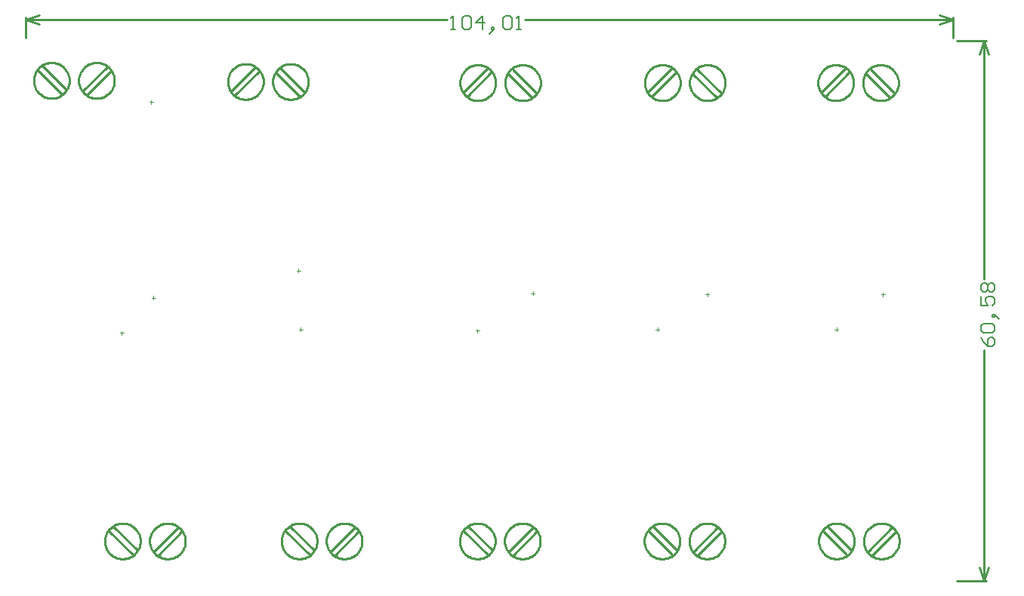
<source format=gm1>
%FSDAX24Y24*%
%MOIN*%
%SFA1B1*%

%IPPOS*%
%ADD10C,0.010000*%
%ADD51C,0.003900*%
%ADD52C,0.006000*%
%LNde-220124-1*%
%LPD*%
G54D10*
X022653Y086950D02*
D01*
X022651Y087004*
X022645Y087059*
X022635Y087113*
X022622Y087166*
X022605Y087219*
X022584Y087270*
X022560Y087319*
X022533Y087367*
X022502Y087412*
X022468Y087455*
X022432Y087496*
X022392Y087534*
X022350Y087570*
X022306Y087602*
X022259Y087631*
X022210Y087657*
X022160Y087679*
X022109Y087698*
X022056Y087713*
X022002Y087725*
X021948Y087732*
X021893Y087736*
X021838*
X021783Y087732*
X021729Y087725*
X021675Y087713*
X021622Y087698*
X021571Y087679*
X021521Y087657*
X021472Y087631*
X021425Y087602*
X021381Y087570*
X021339Y087534*
X021299Y087496*
X021263Y087455*
X021229Y087412*
X021198Y087367*
X021171Y087319*
X021147Y087270*
X021126Y087219*
X021109Y087166*
X021096Y087113*
X021086Y087059*
X021080Y087004*
X021079Y086950*
X021080Y086895*
X021086Y086840*
X021096Y086786*
X021109Y086733*
X021126Y086680*
X021147Y086629*
X021171Y086580*
X021198Y086532*
X021229Y086487*
X021263Y086444*
X021299Y086403*
X021339Y086365*
X021381Y086329*
X021425Y086297*
X021472Y086268*
X021521Y086242*
X021571Y086220*
X021622Y086201*
X021675Y086186*
X021729Y086174*
X021783Y086167*
X021838Y086163*
X021893*
X021948Y086167*
X022002Y086174*
X022056Y086186*
X022109Y086201*
X022160Y086220*
X022210Y086242*
X022259Y086268*
X022306Y086297*
X022350Y086329*
X022392Y086365*
X022432Y086403*
X022468Y086444*
X022502Y086487*
X022533Y086532*
X022560Y086580*
X022584Y086629*
X022605Y086680*
X022622Y086733*
X022635Y086786*
X022645Y086840*
X022651Y086895*
X022653Y086950*
X024637D02*
D01*
X024635Y087004*
X024629Y087059*
X024619Y087113*
X024606Y087166*
X024589Y087219*
X024568Y087270*
X024544Y087319*
X024517Y087367*
X024486Y087412*
X024452Y087455*
X024416Y087496*
X024376Y087534*
X024334Y087570*
X024290Y087602*
X024243Y087631*
X024194Y087657*
X024144Y087679*
X024093Y087698*
X024040Y087713*
X023986Y087725*
X023932Y087732*
X023877Y087736*
X023822*
X023767Y087732*
X023713Y087725*
X023659Y087713*
X023606Y087698*
X023555Y087679*
X023505Y087657*
X023456Y087631*
X023409Y087602*
X023365Y087570*
X023323Y087534*
X023283Y087496*
X023247Y087455*
X023213Y087412*
X023182Y087367*
X023155Y087319*
X023131Y087270*
X023110Y087219*
X023093Y087166*
X023080Y087113*
X023070Y087059*
X023064Y087004*
X023063Y086950*
X023064Y086895*
X023070Y086840*
X023080Y086786*
X023093Y086733*
X023110Y086680*
X023131Y086629*
X023155Y086580*
X023182Y086532*
X023213Y086487*
X023247Y086444*
X023283Y086403*
X023323Y086365*
X023365Y086329*
X023409Y086297*
X023456Y086268*
X023505Y086242*
X023555Y086220*
X023606Y086201*
X023659Y086186*
X023713Y086174*
X023767Y086167*
X023822Y086163*
X023877*
X023932Y086167*
X023986Y086174*
X024040Y086186*
X024093Y086201*
X024144Y086220*
X024194Y086242*
X024243Y086268*
X024290Y086297*
X024334Y086329*
X024376Y086365*
X024416Y086403*
X024452Y086444*
X024486Y086487*
X024517Y086532*
X024544Y086580*
X024568Y086629*
X024589Y086680*
X024606Y086733*
X024619Y086786*
X024629Y086840*
X024635Y086895*
X024637Y086950*
X027006Y066650D02*
D01*
X027004Y066704*
X026998Y066759*
X026988Y066813*
X026975Y066866*
X026958Y066919*
X026937Y066970*
X026913Y067019*
X026886Y067067*
X026855Y067112*
X026821Y067155*
X026785Y067196*
X026745Y067234*
X026703Y067270*
X026659Y067302*
X026612Y067331*
X026563Y067357*
X026513Y067379*
X026462Y067398*
X026409Y067413*
X026355Y067425*
X026301Y067432*
X026246Y067436*
X026191*
X026136Y067432*
X026082Y067425*
X026028Y067413*
X025975Y067398*
X025924Y067379*
X025874Y067357*
X025825Y067331*
X025778Y067302*
X025734Y067270*
X025692Y067234*
X025652Y067196*
X025616Y067155*
X025582Y067112*
X025551Y067067*
X025524Y067019*
X025500Y066970*
X025479Y066919*
X025462Y066866*
X025449Y066813*
X025439Y066759*
X025433Y066704*
X025432Y066650*
X025433Y066595*
X025439Y066540*
X025449Y066486*
X025462Y066433*
X025479Y066380*
X025500Y066329*
X025524Y066280*
X025551Y066232*
X025582Y066187*
X025616Y066144*
X025652Y066103*
X025692Y066065*
X025734Y066029*
X025778Y065997*
X025825Y065968*
X025874Y065942*
X025924Y065920*
X025975Y065901*
X026028Y065886*
X026082Y065874*
X026136Y065867*
X026191Y065863*
X026246*
X026301Y065867*
X026355Y065874*
X026409Y065886*
X026462Y065901*
X026513Y065920*
X026563Y065942*
X026612Y065968*
X026659Y065997*
X026703Y066029*
X026745Y066065*
X026785Y066103*
X026821Y066144*
X026855Y066187*
X026886Y066232*
X026913Y066280*
X026937Y066329*
X026958Y066380*
X026975Y066433*
X026988Y066486*
X026998Y066540*
X027004Y066595*
X027006Y066650*
X025022D02*
D01*
X025020Y066704*
X025014Y066759*
X025004Y066813*
X024991Y066866*
X024974Y066919*
X024953Y066970*
X024929Y067019*
X024902Y067067*
X024871Y067112*
X024837Y067155*
X024801Y067196*
X024761Y067234*
X024719Y067270*
X024675Y067302*
X024628Y067331*
X024579Y067357*
X024529Y067379*
X024478Y067398*
X024425Y067413*
X024371Y067425*
X024317Y067432*
X024262Y067436*
X024207*
X024152Y067432*
X024098Y067425*
X024044Y067413*
X023991Y067398*
X023940Y067379*
X023890Y067357*
X023841Y067331*
X023794Y067302*
X023750Y067270*
X023708Y067234*
X023668Y067196*
X023632Y067155*
X023598Y067112*
X023567Y067067*
X023540Y067019*
X023516Y066970*
X023495Y066919*
X023478Y066866*
X023465Y066813*
X023455Y066759*
X023449Y066704*
X023448Y066650*
X023449Y066595*
X023455Y066540*
X023465Y066486*
X023478Y066433*
X023495Y066380*
X023516Y066329*
X023540Y066280*
X023567Y066232*
X023598Y066187*
X023632Y066144*
X023668Y066103*
X023708Y066065*
X023750Y066029*
X023794Y065997*
X023841Y065968*
X023890Y065942*
X023940Y065920*
X023991Y065901*
X024044Y065886*
X024098Y065874*
X024152Y065867*
X024207Y065863*
X024262*
X024317Y065867*
X024371Y065874*
X024425Y065886*
X024478Y065901*
X024529Y065920*
X024579Y065942*
X024628Y065968*
X024675Y065997*
X024719Y066029*
X024761Y066065*
X024801Y066103*
X024837Y066144*
X024871Y066187*
X024902Y066232*
X024929Y066280*
X024953Y066329*
X024974Y066380*
X024991Y066433*
X025004Y066486*
X025014Y066540*
X025020Y066595*
X025022Y066650*
X041053Y086900D02*
D01*
X041051Y086954*
X041045Y087009*
X041035Y087063*
X041022Y087116*
X041005Y087169*
X040984Y087220*
X040960Y087269*
X040933Y087317*
X040902Y087362*
X040868Y087405*
X040832Y087446*
X040792Y087484*
X040750Y087520*
X040706Y087552*
X040659Y087581*
X040610Y087607*
X040560Y087629*
X040509Y087648*
X040456Y087663*
X040402Y087675*
X040348Y087682*
X040293Y087686*
X040238*
X040183Y087682*
X040129Y087675*
X040075Y087663*
X040022Y087648*
X039971Y087629*
X039921Y087607*
X039872Y087581*
X039825Y087552*
X039781Y087520*
X039739Y087484*
X039699Y087446*
X039663Y087405*
X039629Y087362*
X039598Y087317*
X039571Y087269*
X039547Y087220*
X039526Y087169*
X039509Y087116*
X039496Y087063*
X039486Y087009*
X039480Y086954*
X039479Y086900*
X039480Y086845*
X039486Y086790*
X039496Y086736*
X039509Y086683*
X039526Y086630*
X039547Y086579*
X039571Y086530*
X039598Y086482*
X039629Y086437*
X039663Y086394*
X039699Y086353*
X039739Y086315*
X039781Y086279*
X039825Y086247*
X039872Y086218*
X039921Y086192*
X039971Y086170*
X040022Y086151*
X040075Y086136*
X040129Y086124*
X040183Y086117*
X040238Y086113*
X040293*
X040348Y086117*
X040402Y086124*
X040456Y086136*
X040509Y086151*
X040560Y086170*
X040610Y086192*
X040659Y086218*
X040706Y086247*
X040750Y086279*
X040792Y086315*
X040832Y086353*
X040868Y086394*
X040902Y086437*
X040933Y086482*
X040960Y086530*
X040984Y086579*
X041005Y086630*
X041022Y086683*
X041035Y086736*
X041045Y086790*
X041051Y086845*
X041053Y086900*
X043037D02*
D01*
X043035Y086954*
X043029Y087009*
X043019Y087063*
X043006Y087116*
X042989Y087169*
X042968Y087220*
X042944Y087269*
X042917Y087317*
X042886Y087362*
X042852Y087405*
X042816Y087446*
X042776Y087484*
X042734Y087520*
X042690Y087552*
X042643Y087581*
X042594Y087607*
X042544Y087629*
X042493Y087648*
X042440Y087663*
X042386Y087675*
X042332Y087682*
X042277Y087686*
X042222*
X042167Y087682*
X042113Y087675*
X042059Y087663*
X042006Y087648*
X041955Y087629*
X041905Y087607*
X041856Y087581*
X041809Y087552*
X041765Y087520*
X041723Y087484*
X041683Y087446*
X041647Y087405*
X041613Y087362*
X041582Y087317*
X041555Y087269*
X041531Y087220*
X041510Y087169*
X041493Y087116*
X041480Y087063*
X041470Y087009*
X041464Y086954*
X041463Y086900*
X041464Y086845*
X041470Y086790*
X041480Y086736*
X041493Y086683*
X041510Y086630*
X041531Y086579*
X041555Y086530*
X041582Y086482*
X041613Y086437*
X041647Y086394*
X041683Y086353*
X041723Y086315*
X041765Y086279*
X041809Y086247*
X041856Y086218*
X041905Y086192*
X041955Y086170*
X042006Y086151*
X042059Y086136*
X042113Y086124*
X042167Y086117*
X042222Y086113*
X042277*
X042332Y086117*
X042386Y086124*
X042440Y086136*
X042493Y086151*
X042544Y086170*
X042594Y086192*
X042643Y086218*
X042690Y086247*
X042734Y086279*
X042776Y086315*
X042816Y086353*
X042852Y086394*
X042886Y086437*
X042917Y086482*
X042944Y086530*
X042968Y086579*
X042989Y086630*
X043006Y086683*
X043019Y086736*
X043029Y086790*
X043035Y086845*
X043037Y086900*
X050722Y066650D02*
D01*
X050720Y066704*
X050714Y066759*
X050704Y066813*
X050691Y066866*
X050674Y066919*
X050653Y066970*
X050629Y067019*
X050602Y067067*
X050571Y067112*
X050537Y067155*
X050501Y067196*
X050461Y067234*
X050419Y067270*
X050375Y067302*
X050328Y067331*
X050279Y067357*
X050229Y067379*
X050178Y067398*
X050125Y067413*
X050071Y067425*
X050017Y067432*
X049962Y067436*
X049907*
X049852Y067432*
X049798Y067425*
X049744Y067413*
X049691Y067398*
X049640Y067379*
X049590Y067357*
X049541Y067331*
X049494Y067302*
X049450Y067270*
X049408Y067234*
X049368Y067196*
X049332Y067155*
X049298Y067112*
X049267Y067067*
X049240Y067019*
X049216Y066970*
X049195Y066919*
X049178Y066866*
X049165Y066813*
X049155Y066759*
X049149Y066704*
X049148Y066650*
X049149Y066595*
X049155Y066540*
X049165Y066486*
X049178Y066433*
X049195Y066380*
X049216Y066329*
X049240Y066280*
X049267Y066232*
X049298Y066187*
X049332Y066144*
X049368Y066103*
X049408Y066065*
X049450Y066029*
X049494Y065997*
X049541Y065968*
X049590Y065942*
X049640Y065920*
X049691Y065901*
X049744Y065886*
X049798Y065874*
X049852Y065867*
X049907Y065863*
X049962*
X050017Y065867*
X050071Y065874*
X050125Y065886*
X050178Y065901*
X050229Y065920*
X050279Y065942*
X050328Y065968*
X050375Y065997*
X050419Y066029*
X050461Y066065*
X050501Y066103*
X050537Y066144*
X050571Y066187*
X050602Y066232*
X050629Y066280*
X050653Y066329*
X050674Y066380*
X050691Y066433*
X050704Y066486*
X050714Y066540*
X050720Y066595*
X050722Y066650*
X048737D02*
D01*
X048735Y066704*
X048729Y066759*
X048719Y066813*
X048706Y066866*
X048689Y066919*
X048668Y066970*
X048644Y067019*
X048617Y067067*
X048586Y067112*
X048552Y067155*
X048516Y067196*
X048476Y067234*
X048434Y067270*
X048390Y067302*
X048343Y067331*
X048294Y067357*
X048244Y067379*
X048193Y067398*
X048140Y067413*
X048086Y067425*
X048032Y067432*
X047977Y067436*
X047922*
X047867Y067432*
X047813Y067425*
X047759Y067413*
X047706Y067398*
X047655Y067379*
X047605Y067357*
X047556Y067331*
X047509Y067302*
X047465Y067270*
X047423Y067234*
X047383Y067196*
X047347Y067155*
X047313Y067112*
X047282Y067067*
X047255Y067019*
X047231Y066970*
X047210Y066919*
X047193Y066866*
X047180Y066813*
X047170Y066759*
X047164Y066704*
X047163Y066650*
X047164Y066595*
X047170Y066540*
X047180Y066486*
X047193Y066433*
X047210Y066380*
X047231Y066329*
X047255Y066280*
X047282Y066232*
X047313Y066187*
X047347Y066144*
X047383Y066103*
X047423Y066065*
X047465Y066029*
X047509Y065997*
X047556Y065968*
X047605Y065942*
X047655Y065920*
X047706Y065901*
X047759Y065886*
X047813Y065874*
X047867Y065867*
X047922Y065863*
X047977*
X048032Y065867*
X048086Y065874*
X048140Y065886*
X048193Y065901*
X048244Y065920*
X048294Y065942*
X048343Y065968*
X048390Y065997*
X048434Y066029*
X048476Y066065*
X048516Y066103*
X048552Y066144*
X048586Y066187*
X048617Y066232*
X048644Y066280*
X048668Y066329*
X048689Y066380*
X048706Y066433*
X048719Y066486*
X048729Y066540*
X048735Y066595*
X048737Y066650*
X043022D02*
D01*
X043020Y066704*
X043014Y066759*
X043004Y066813*
X042991Y066866*
X042974Y066919*
X042953Y066970*
X042929Y067019*
X042902Y067067*
X042871Y067112*
X042837Y067155*
X042801Y067196*
X042761Y067234*
X042719Y067270*
X042675Y067302*
X042628Y067331*
X042579Y067357*
X042529Y067379*
X042478Y067398*
X042425Y067413*
X042371Y067425*
X042317Y067432*
X042262Y067436*
X042207*
X042152Y067432*
X042098Y067425*
X042044Y067413*
X041991Y067398*
X041940Y067379*
X041890Y067357*
X041841Y067331*
X041794Y067302*
X041750Y067270*
X041708Y067234*
X041668Y067196*
X041632Y067155*
X041598Y067112*
X041567Y067067*
X041540Y067019*
X041516Y066970*
X041495Y066919*
X041478Y066866*
X041465Y066813*
X041455Y066759*
X041449Y066704*
X041448Y066650*
X041449Y066595*
X041455Y066540*
X041465Y066486*
X041478Y066433*
X041495Y066380*
X041516Y066329*
X041540Y066280*
X041567Y066232*
X041598Y066187*
X041632Y066144*
X041668Y066103*
X041708Y066065*
X041750Y066029*
X041794Y065997*
X041841Y065968*
X041890Y065942*
X041940Y065920*
X041991Y065901*
X042044Y065886*
X042098Y065874*
X042152Y065867*
X042207Y065863*
X042262*
X042317Y065867*
X042371Y065874*
X042425Y065886*
X042478Y065901*
X042529Y065920*
X042579Y065942*
X042628Y065968*
X042675Y065997*
X042719Y066029*
X042761Y066065*
X042801Y066103*
X042837Y066144*
X042871Y066187*
X042902Y066232*
X042929Y066280*
X042953Y066329*
X042974Y066380*
X042991Y066433*
X043004Y066486*
X043014Y066540*
X043020Y066595*
X043022Y066650*
X041037D02*
D01*
X041035Y066704*
X041029Y066759*
X041019Y066813*
X041006Y066866*
X040989Y066919*
X040968Y066970*
X040944Y067019*
X040917Y067067*
X040886Y067112*
X040852Y067155*
X040816Y067196*
X040776Y067234*
X040734Y067270*
X040690Y067302*
X040643Y067331*
X040594Y067357*
X040544Y067379*
X040493Y067398*
X040440Y067413*
X040386Y067425*
X040332Y067432*
X040277Y067436*
X040222*
X040167Y067432*
X040113Y067425*
X040059Y067413*
X040006Y067398*
X039955Y067379*
X039905Y067357*
X039856Y067331*
X039809Y067302*
X039765Y067270*
X039723Y067234*
X039683Y067196*
X039647Y067155*
X039613Y067112*
X039582Y067067*
X039555Y067019*
X039531Y066970*
X039510Y066919*
X039493Y066866*
X039480Y066813*
X039470Y066759*
X039464Y066704*
X039463Y066650*
X039464Y066595*
X039470Y066540*
X039480Y066486*
X039493Y066433*
X039510Y066380*
X039531Y066329*
X039555Y066280*
X039582Y066232*
X039613Y066187*
X039647Y066144*
X039683Y066103*
X039723Y066065*
X039765Y066029*
X039809Y065997*
X039856Y065968*
X039905Y065942*
X039955Y065920*
X040006Y065901*
X040059Y065886*
X040113Y065874*
X040167Y065867*
X040222Y065863*
X040277*
X040332Y065867*
X040386Y065874*
X040440Y065886*
X040493Y065901*
X040544Y065920*
X040594Y065942*
X040643Y065968*
X040690Y065997*
X040734Y066029*
X040776Y066065*
X040816Y066103*
X040852Y066144*
X040886Y066187*
X040917Y066232*
X040944Y066280*
X040968Y066329*
X040989Y066380*
X041006Y066433*
X041019Y066486*
X041029Y066540*
X041035Y066595*
X041037Y066650*
X048703Y086900D02*
D01*
X048701Y086954*
X048695Y087009*
X048685Y087063*
X048672Y087116*
X048655Y087169*
X048634Y087220*
X048610Y087269*
X048583Y087317*
X048552Y087362*
X048518Y087405*
X048482Y087446*
X048442Y087484*
X048400Y087520*
X048356Y087552*
X048309Y087581*
X048260Y087607*
X048210Y087629*
X048159Y087648*
X048106Y087663*
X048052Y087675*
X047998Y087682*
X047943Y087686*
X047888*
X047833Y087682*
X047779Y087675*
X047725Y087663*
X047672Y087648*
X047621Y087629*
X047571Y087607*
X047522Y087581*
X047475Y087552*
X047431Y087520*
X047389Y087484*
X047349Y087446*
X047313Y087405*
X047279Y087362*
X047248Y087317*
X047221Y087269*
X047197Y087220*
X047176Y087169*
X047159Y087116*
X047146Y087063*
X047136Y087009*
X047130Y086954*
X047129Y086900*
X047130Y086845*
X047136Y086790*
X047146Y086736*
X047159Y086683*
X047176Y086630*
X047197Y086579*
X047221Y086530*
X047248Y086482*
X047279Y086437*
X047313Y086394*
X047349Y086353*
X047389Y086315*
X047431Y086279*
X047475Y086247*
X047522Y086218*
X047571Y086192*
X047621Y086170*
X047672Y086151*
X047725Y086136*
X047779Y086124*
X047833Y086117*
X047888Y086113*
X047943*
X047998Y086117*
X048052Y086124*
X048106Y086136*
X048159Y086151*
X048210Y086170*
X048260Y086192*
X048309Y086218*
X048356Y086247*
X048400Y086279*
X048442Y086315*
X048482Y086353*
X048518Y086394*
X048552Y086437*
X048583Y086482*
X048610Y086530*
X048634Y086579*
X048655Y086630*
X048672Y086683*
X048685Y086736*
X048695Y086790*
X048701Y086845*
X048703Y086900*
X050687D02*
D01*
X050685Y086954*
X050679Y087009*
X050669Y087063*
X050656Y087116*
X050639Y087169*
X050618Y087220*
X050594Y087269*
X050567Y087317*
X050536Y087362*
X050502Y087405*
X050466Y087446*
X050426Y087484*
X050384Y087520*
X050340Y087552*
X050293Y087581*
X050244Y087607*
X050194Y087629*
X050143Y087648*
X050090Y087663*
X050036Y087675*
X049982Y087682*
X049927Y087686*
X049872*
X049817Y087682*
X049763Y087675*
X049709Y087663*
X049656Y087648*
X049605Y087629*
X049555Y087607*
X049506Y087581*
X049459Y087552*
X049415Y087520*
X049373Y087484*
X049333Y087446*
X049297Y087405*
X049263Y087362*
X049232Y087317*
X049205Y087269*
X049181Y087220*
X049160Y087169*
X049143Y087116*
X049130Y087063*
X049120Y087009*
X049114Y086954*
X049113Y086900*
X049114Y086845*
X049120Y086790*
X049130Y086736*
X049143Y086683*
X049160Y086630*
X049181Y086579*
X049205Y086530*
X049232Y086482*
X049263Y086437*
X049297Y086394*
X049333Y086353*
X049373Y086315*
X049415Y086279*
X049459Y086247*
X049506Y086218*
X049555Y086192*
X049605Y086170*
X049656Y086151*
X049709Y086136*
X049763Y086124*
X049817Y086117*
X049872Y086113*
X049927*
X049982Y086117*
X050036Y086124*
X050090Y086136*
X050143Y086151*
X050194Y086170*
X050244Y086192*
X050293Y086218*
X050340Y086247*
X050384Y086279*
X050426Y086315*
X050466Y086353*
X050502Y086394*
X050536Y086437*
X050567Y086482*
X050594Y086530*
X050618Y086579*
X050639Y086630*
X050656Y086683*
X050669Y086736*
X050679Y086790*
X050685Y086845*
X050687Y086900*
X032903D02*
D01*
X032901Y086954*
X032895Y087009*
X032885Y087063*
X032872Y087116*
X032855Y087169*
X032834Y087220*
X032810Y087269*
X032783Y087317*
X032752Y087362*
X032718Y087405*
X032682Y087446*
X032642Y087484*
X032600Y087520*
X032556Y087552*
X032509Y087581*
X032460Y087607*
X032410Y087629*
X032359Y087648*
X032306Y087663*
X032252Y087675*
X032198Y087682*
X032143Y087686*
X032088*
X032033Y087682*
X031979Y087675*
X031925Y087663*
X031872Y087648*
X031821Y087629*
X031771Y087607*
X031722Y087581*
X031675Y087552*
X031631Y087520*
X031589Y087484*
X031549Y087446*
X031513Y087405*
X031479Y087362*
X031448Y087317*
X031421Y087269*
X031397Y087220*
X031376Y087169*
X031359Y087116*
X031346Y087063*
X031336Y087009*
X031330Y086954*
X031329Y086900*
X031330Y086845*
X031336Y086790*
X031346Y086736*
X031359Y086683*
X031376Y086630*
X031397Y086579*
X031421Y086530*
X031448Y086482*
X031479Y086437*
X031513Y086394*
X031549Y086353*
X031589Y086315*
X031631Y086279*
X031675Y086247*
X031722Y086218*
X031771Y086192*
X031821Y086170*
X031872Y086151*
X031925Y086136*
X031979Y086124*
X032033Y086117*
X032088Y086113*
X032143*
X032198Y086117*
X032252Y086124*
X032306Y086136*
X032359Y086151*
X032410Y086170*
X032460Y086192*
X032509Y086218*
X032556Y086247*
X032600Y086279*
X032642Y086315*
X032682Y086353*
X032718Y086394*
X032752Y086437*
X032783Y086482*
X032810Y086530*
X032834Y086579*
X032855Y086630*
X032872Y086683*
X032885Y086736*
X032895Y086790*
X032901Y086845*
X032903Y086900*
X034887D02*
D01*
X034885Y086954*
X034879Y087009*
X034869Y087063*
X034856Y087116*
X034839Y087169*
X034818Y087220*
X034794Y087269*
X034767Y087317*
X034736Y087362*
X034702Y087405*
X034666Y087446*
X034626Y087484*
X034584Y087520*
X034540Y087552*
X034493Y087581*
X034444Y087607*
X034394Y087629*
X034343Y087648*
X034290Y087663*
X034236Y087675*
X034182Y087682*
X034127Y087686*
X034072*
X034017Y087682*
X033963Y087675*
X033909Y087663*
X033856Y087648*
X033805Y087629*
X033755Y087607*
X033706Y087581*
X033659Y087552*
X033615Y087520*
X033573Y087484*
X033533Y087446*
X033497Y087405*
X033463Y087362*
X033432Y087317*
X033405Y087269*
X033381Y087220*
X033360Y087169*
X033343Y087116*
X033330Y087063*
X033320Y087009*
X033314Y086954*
X033313Y086900*
X033314Y086845*
X033320Y086790*
X033330Y086736*
X033343Y086683*
X033360Y086630*
X033381Y086579*
X033405Y086530*
X033432Y086482*
X033463Y086437*
X033497Y086394*
X033533Y086353*
X033573Y086315*
X033615Y086279*
X033659Y086247*
X033706Y086218*
X033755Y086192*
X033805Y086170*
X033856Y086151*
X033909Y086136*
X033963Y086124*
X034017Y086117*
X034072Y086113*
X034127*
X034182Y086117*
X034236Y086124*
X034290Y086136*
X034343Y086151*
X034394Y086170*
X034444Y086192*
X034493Y086218*
X034540Y086247*
X034584Y086279*
X034626Y086315*
X034666Y086353*
X034702Y086394*
X034736Y086437*
X034767Y086482*
X034794Y086530*
X034818Y086579*
X034839Y086630*
X034856Y086683*
X034869Y086736*
X034879Y086790*
X034885Y086845*
X034887Y086900*
X019206Y066650D02*
D01*
X019204Y066704*
X019198Y066759*
X019188Y066813*
X019175Y066866*
X019158Y066919*
X019137Y066970*
X019113Y067019*
X019086Y067067*
X019055Y067112*
X019021Y067155*
X018985Y067196*
X018945Y067234*
X018903Y067270*
X018859Y067302*
X018812Y067331*
X018763Y067357*
X018713Y067379*
X018662Y067398*
X018609Y067413*
X018555Y067425*
X018501Y067432*
X018446Y067436*
X018391*
X018336Y067432*
X018282Y067425*
X018228Y067413*
X018175Y067398*
X018124Y067379*
X018074Y067357*
X018025Y067331*
X017978Y067302*
X017934Y067270*
X017892Y067234*
X017852Y067196*
X017816Y067155*
X017782Y067112*
X017751Y067067*
X017724Y067019*
X017700Y066970*
X017679Y066919*
X017662Y066866*
X017649Y066813*
X017639Y066759*
X017633Y066704*
X017632Y066650*
X017633Y066595*
X017639Y066540*
X017649Y066486*
X017662Y066433*
X017679Y066380*
X017700Y066329*
X017724Y066280*
X017751Y066232*
X017782Y066187*
X017816Y066144*
X017852Y066103*
X017892Y066065*
X017934Y066029*
X017978Y065997*
X018025Y065968*
X018074Y065942*
X018124Y065920*
X018175Y065901*
X018228Y065886*
X018282Y065874*
X018336Y065867*
X018391Y065863*
X018446*
X018501Y065867*
X018555Y065874*
X018609Y065886*
X018662Y065901*
X018713Y065920*
X018763Y065942*
X018812Y065968*
X018859Y065997*
X018903Y066029*
X018945Y066065*
X018985Y066103*
X019021Y066144*
X019055Y066187*
X019086Y066232*
X019113Y066280*
X019137Y066329*
X019158Y066380*
X019175Y066433*
X019188Y066486*
X019198Y066540*
X019204Y066595*
X019206Y066650*
X017222D02*
D01*
X017220Y066704*
X017214Y066759*
X017204Y066813*
X017191Y066866*
X017174Y066919*
X017153Y066970*
X017129Y067019*
X017102Y067067*
X017071Y067112*
X017037Y067155*
X017001Y067196*
X016961Y067234*
X016919Y067270*
X016875Y067302*
X016828Y067331*
X016779Y067357*
X016729Y067379*
X016678Y067398*
X016625Y067413*
X016571Y067425*
X016517Y067432*
X016462Y067436*
X016407*
X016352Y067432*
X016298Y067425*
X016244Y067413*
X016191Y067398*
X016140Y067379*
X016090Y067357*
X016041Y067331*
X015994Y067302*
X015950Y067270*
X015908Y067234*
X015868Y067196*
X015832Y067155*
X015798Y067112*
X015767Y067067*
X015740Y067019*
X015716Y066970*
X015695Y066919*
X015678Y066866*
X015665Y066813*
X015655Y066759*
X015649Y066704*
X015648Y066650*
X015649Y066595*
X015655Y066540*
X015665Y066486*
X015678Y066433*
X015695Y066380*
X015716Y066329*
X015740Y066280*
X015767Y066232*
X015798Y066187*
X015832Y066144*
X015868Y066103*
X015908Y066065*
X015950Y066029*
X015994Y065997*
X016041Y065968*
X016090Y065942*
X016140Y065920*
X016191Y065901*
X016244Y065886*
X016298Y065874*
X016352Y065867*
X016407Y065863*
X016462*
X016517Y065867*
X016571Y065874*
X016625Y065886*
X016678Y065901*
X016729Y065920*
X016779Y065942*
X016828Y065968*
X016875Y065997*
X016919Y066029*
X016961Y066065*
X017001Y066103*
X017037Y066144*
X017071Y066187*
X017102Y066232*
X017129Y066280*
X017153Y066329*
X017174Y066380*
X017191Y066433*
X017204Y066486*
X017214Y066540*
X017220Y066595*
X017222Y066650*
X016072Y087000D02*
D01*
X016070Y087054*
X016064Y087109*
X016054Y087163*
X016041Y087216*
X016024Y087269*
X016003Y087320*
X015979Y087369*
X015952Y087417*
X015921Y087462*
X015887Y087505*
X015851Y087546*
X015811Y087584*
X015769Y087620*
X015725Y087652*
X015678Y087681*
X015629Y087707*
X015579Y087729*
X015528Y087748*
X015475Y087763*
X015421Y087775*
X015367Y087782*
X015312Y087786*
X015257*
X015202Y087782*
X015148Y087775*
X015094Y087763*
X015041Y087748*
X014990Y087729*
X014940Y087707*
X014891Y087681*
X014844Y087652*
X014800Y087620*
X014758Y087584*
X014718Y087546*
X014682Y087505*
X014648Y087462*
X014617Y087417*
X014590Y087369*
X014566Y087320*
X014545Y087269*
X014528Y087216*
X014515Y087163*
X014505Y087109*
X014499Y087054*
X014498Y087000*
X014499Y086945*
X014505Y086890*
X014515Y086836*
X014528Y086783*
X014545Y086730*
X014566Y086679*
X014590Y086630*
X014617Y086582*
X014648Y086537*
X014682Y086494*
X014718Y086453*
X014758Y086415*
X014800Y086379*
X014844Y086347*
X014891Y086318*
X014940Y086292*
X014990Y086270*
X015041Y086251*
X015094Y086236*
X015148Y086224*
X015202Y086217*
X015257Y086213*
X015312*
X015367Y086217*
X015421Y086224*
X015475Y086236*
X015528Y086251*
X015579Y086270*
X015629Y086292*
X015678Y086318*
X015725Y086347*
X015769Y086379*
X015811Y086415*
X015851Y086453*
X015887Y086494*
X015921Y086537*
X015952Y086582*
X015979Y086630*
X016003Y086679*
X016024Y086730*
X016041Y086783*
X016054Y086836*
X016064Y086890*
X016070Y086945*
X016072Y087000*
X014087D02*
D01*
X014085Y087054*
X014079Y087109*
X014069Y087163*
X014056Y087216*
X014039Y087269*
X014018Y087320*
X013994Y087369*
X013967Y087417*
X013936Y087462*
X013902Y087505*
X013866Y087546*
X013826Y087584*
X013784Y087620*
X013740Y087652*
X013693Y087681*
X013644Y087707*
X013594Y087729*
X013543Y087748*
X013490Y087763*
X013436Y087775*
X013382Y087782*
X013327Y087786*
X013272*
X013217Y087782*
X013163Y087775*
X013109Y087763*
X013056Y087748*
X013005Y087729*
X012955Y087707*
X012906Y087681*
X012859Y087652*
X012815Y087620*
X012773Y087584*
X012733Y087546*
X012697Y087505*
X012663Y087462*
X012632Y087417*
X012605Y087369*
X012581Y087320*
X012560Y087269*
X012543Y087216*
X012530Y087163*
X012520Y087109*
X012514Y087054*
X012513Y087000*
X012514Y086945*
X012520Y086890*
X012530Y086836*
X012543Y086783*
X012560Y086730*
X012581Y086679*
X012605Y086630*
X012632Y086582*
X012663Y086537*
X012697Y086494*
X012733Y086453*
X012773Y086415*
X012815Y086379*
X012859Y086347*
X012906Y086318*
X012955Y086292*
X013005Y086270*
X013056Y086251*
X013109Y086236*
X013163Y086224*
X013217Y086217*
X013272Y086213*
X013327*
X013382Y086217*
X013436Y086224*
X013490Y086236*
X013543Y086251*
X013594Y086270*
X013644Y086292*
X013693Y086318*
X013740Y086347*
X013784Y086379*
X013826Y086415*
X013866Y086453*
X013902Y086494*
X013936Y086537*
X013967Y086582*
X013994Y086630*
X014018Y086679*
X014039Y086730*
X014056Y086783*
X014069Y086836*
X014079Y086890*
X014085Y086945*
X014087Y087000*
X034872Y066650D02*
D01*
X034870Y066704*
X034864Y066759*
X034854Y066813*
X034841Y066866*
X034824Y066919*
X034803Y066970*
X034779Y067019*
X034752Y067067*
X034721Y067112*
X034687Y067155*
X034651Y067196*
X034611Y067234*
X034569Y067270*
X034525Y067302*
X034478Y067331*
X034429Y067357*
X034379Y067379*
X034328Y067398*
X034275Y067413*
X034221Y067425*
X034167Y067432*
X034112Y067436*
X034057*
X034002Y067432*
X033948Y067425*
X033894Y067413*
X033841Y067398*
X033790Y067379*
X033740Y067357*
X033691Y067331*
X033644Y067302*
X033600Y067270*
X033558Y067234*
X033518Y067196*
X033482Y067155*
X033448Y067112*
X033417Y067067*
X033390Y067019*
X033366Y066970*
X033345Y066919*
X033328Y066866*
X033315Y066813*
X033305Y066759*
X033299Y066704*
X033298Y066650*
X033299Y066595*
X033305Y066540*
X033315Y066486*
X033328Y066433*
X033345Y066380*
X033366Y066329*
X033390Y066280*
X033417Y066232*
X033448Y066187*
X033482Y066144*
X033518Y066103*
X033558Y066065*
X033600Y066029*
X033644Y065997*
X033691Y065968*
X033740Y065942*
X033790Y065920*
X033841Y065901*
X033894Y065886*
X033948Y065874*
X034002Y065867*
X034057Y065863*
X034112*
X034167Y065867*
X034221Y065874*
X034275Y065886*
X034328Y065901*
X034379Y065920*
X034429Y065942*
X034478Y065968*
X034525Y065997*
X034569Y066029*
X034611Y066065*
X034651Y066103*
X034687Y066144*
X034721Y066187*
X034752Y066232*
X034779Y066280*
X034803Y066329*
X034824Y066380*
X034841Y066433*
X034854Y066486*
X034864Y066540*
X034870Y066595*
X034872Y066650*
X032887D02*
D01*
X032885Y066704*
X032879Y066759*
X032869Y066813*
X032856Y066866*
X032839Y066919*
X032818Y066970*
X032794Y067019*
X032767Y067067*
X032736Y067112*
X032702Y067155*
X032666Y067196*
X032626Y067234*
X032584Y067270*
X032540Y067302*
X032493Y067331*
X032444Y067357*
X032394Y067379*
X032343Y067398*
X032290Y067413*
X032236Y067425*
X032182Y067432*
X032127Y067436*
X032072*
X032017Y067432*
X031963Y067425*
X031909Y067413*
X031856Y067398*
X031805Y067379*
X031755Y067357*
X031706Y067331*
X031659Y067302*
X031615Y067270*
X031573Y067234*
X031533Y067196*
X031497Y067155*
X031463Y067112*
X031432Y067067*
X031405Y067019*
X031381Y066970*
X031360Y066919*
X031343Y066866*
X031330Y066813*
X031320Y066759*
X031314Y066704*
X031313Y066650*
X031314Y066595*
X031320Y066540*
X031330Y066486*
X031343Y066433*
X031360Y066380*
X031381Y066329*
X031405Y066280*
X031432Y066232*
X031463Y066187*
X031497Y066144*
X031533Y066103*
X031573Y066065*
X031615Y066029*
X031659Y065997*
X031706Y065968*
X031755Y065942*
X031805Y065920*
X031856Y065901*
X031909Y065886*
X031963Y065874*
X032017Y065867*
X032072Y065863*
X032127*
X032182Y065867*
X032236Y065874*
X032290Y065886*
X032343Y065901*
X032394Y065920*
X032444Y065942*
X032493Y065968*
X032540Y065997*
X032584Y066029*
X032626Y066065*
X032666Y066103*
X032702Y066144*
X032736Y066187*
X032767Y066232*
X032794Y066280*
X032818Y066329*
X032839Y066380*
X032856Y066433*
X032869Y066486*
X032879Y066540*
X032885Y066595*
X032887Y066650*
X053100Y088900D02*
Y089800D01*
X012150Y088900D02*
Y089800D01*
X034174Y089700D02*
X053100D01*
X012150D02*
X030756D01*
X052500Y089900D02*
X053100Y089700D01*
X052500Y089500D02*
X053100Y089700D01*
X012150D02*
X012750Y089500D01*
X012150Y089700D02*
X012750Y089900D01*
X053250Y064900D02*
X054550D01*
X053250Y088750D02*
X054550D01*
X054450Y064900D02*
Y075105D01*
Y078225D02*
Y088750D01*
Y064900D02*
X054650Y065500D01*
X054250D02*
X054450Y064900D01*
X054250Y088150D02*
X054450Y088750D01*
X054650Y088150*
X023200Y087350D02*
X024250Y086300D01*
X023400Y087550D02*
Y087600D01*
Y087550D02*
X024450Y086500D01*
X021225Y086525D02*
X022300Y087600D01*
X021400Y086350D02*
X022450Y087400D01*
X023834Y067300D02*
X024884Y066250D01*
X024684Y066000D02*
Y066050D01*
X023634Y067100D02*
X024684Y066050D01*
X025784Y066000D02*
X026859Y067075D01*
X025634Y066200D02*
X026684Y067250D01*
X041600Y087300D02*
X042650Y086250D01*
X041800Y087500D02*
Y087550D01*
Y087500D02*
X042850Y086450D01*
X039625Y086475D02*
X040700Y087550D01*
X039800Y086300D02*
X040850Y087350D01*
X047550Y067300D02*
X048600Y066250D01*
X048400Y066000D02*
Y066050D01*
X047350Y067100D02*
X048400Y066050D01*
X049500Y066000D02*
X050575Y067075D01*
X049350Y066200D02*
X050400Y067250D01*
X039850Y067300D02*
X040900Y066250D01*
X040700Y066000D02*
Y066050D01*
X039650Y067100D02*
X040700Y066050D01*
X041800Y066000D02*
X042875Y067075D01*
X041650Y066200D02*
X042700Y067250D01*
X049250Y087300D02*
X050300Y086250D01*
X049450Y087500D02*
Y087550D01*
Y087500D02*
X050500Y086450D01*
X047275Y086475D02*
X048350Y087550D01*
X047450Y086300D02*
X048500Y087350D01*
X033450Y087300D02*
X034500Y086250D01*
X033650Y087500D02*
Y087550D01*
Y087500D02*
X034700Y086450D01*
X031475Y086475D02*
X032550Y087550D01*
X031650Y086300D02*
X032700Y087350D01*
X016034Y067300D02*
X017084Y066250D01*
X016884Y066000D02*
Y066050D01*
X015834Y067100D02*
X016884Y066050D01*
X017984Y066000D02*
X019059Y067075D01*
X017834Y066200D02*
X018884Y067250D01*
X012900Y087650D02*
X013950Y086600D01*
X013750Y086350D02*
Y086400D01*
X012700Y087450D02*
X013750Y086400D01*
X014850Y086350D02*
X015925Y087425D01*
X014700Y086550D02*
X015750Y087600D01*
X031700Y067300D02*
X032750Y066250D01*
X032550Y066000D02*
Y066050D01*
X031500Y067100D02*
X032550Y066050D01*
X033650Y066000D02*
X034725Y067075D01*
X033500Y066200D02*
X034550Y067250D01*
G54D51*
X017721Y077400D02*
X017879D01*
X017800Y077321D02*
Y077479D01*
X017700Y085971D02*
Y086129D01*
X017621Y086050D02*
X017779D01*
X024126Y078600D02*
X024283D01*
X024205Y078521D02*
Y078679D01*
X024221Y076000D02*
X024379D01*
X024300Y075921D02*
Y076079D01*
X032017Y075950D02*
X032174D01*
X032095Y075871D02*
Y076029D01*
X039971Y076000D02*
X040129D01*
X040050Y075921D02*
Y076079D01*
X047867Y076000D02*
X048024D01*
X047945Y075921D02*
Y076079D01*
X049921Y077550D02*
X050079D01*
X050000Y077471D02*
Y077629D01*
X042171Y077550D02*
X042329D01*
X042250Y077471D02*
Y077629D01*
X034471Y077600D02*
X034629D01*
X034550Y077521D02*
Y077679D01*
X016321Y075850D02*
X016479D01*
X016400Y075771D02*
Y075929D01*
G54D52*
X030916Y089240D02*
X031115D01*
X031015*
Y089840*
X030916Y089740*
X031415D02*
X031515Y089840D01*
X031715*
X031815Y089740*
Y089340*
X031715Y089240*
X031515*
X031415Y089340*
Y089740*
X032315Y089240D02*
Y089840D01*
X032015Y089540*
X032415*
X032715Y089140D02*
X032815Y089240D01*
Y089340*
X032715*
Y089240*
X032815*
X032715Y089140*
X032615Y089040*
X033215Y089740D02*
X033315Y089840D01*
X033515*
X033615Y089740*
Y089340*
X033515Y089240*
X033315*
X033215Y089340*
Y089740*
X033815Y089240D02*
X034014D01*
X033915*
Y089840*
X033815Y089740*
X054310Y075665D02*
X054410Y075465D01*
X054610Y075265*
X054810*
X054910Y075365*
Y075565*
X054810Y075665*
X054710*
X054610Y075565*
Y075265*
X054410Y075865D02*
X054310Y075965D01*
Y076165*
X054410Y076265*
X054810*
X054910Y076165*
Y075965*
X054810Y075865*
X054410*
X055010Y076565D02*
X054910Y076665D01*
X054810*
Y076565*
X054910*
Y076665*
X055010Y076565*
X055110Y076465*
X054310Y077465D02*
Y077065D01*
X054610*
X054510Y077265*
Y077365*
X054610Y077465*
X054810*
X054910Y077365*
Y077165*
X054810Y077065*
X054410Y077665D02*
X054310Y077765D01*
Y077965*
X054410Y078065*
X054510*
X054610Y077965*
X054710Y078065*
X054810*
X054910Y077965*
Y077765*
X054810Y077665*
X054710*
X054610Y077765*
X054510Y077665*
X054410*
X054610Y077765D02*
Y077965D01*
M02*
</source>
